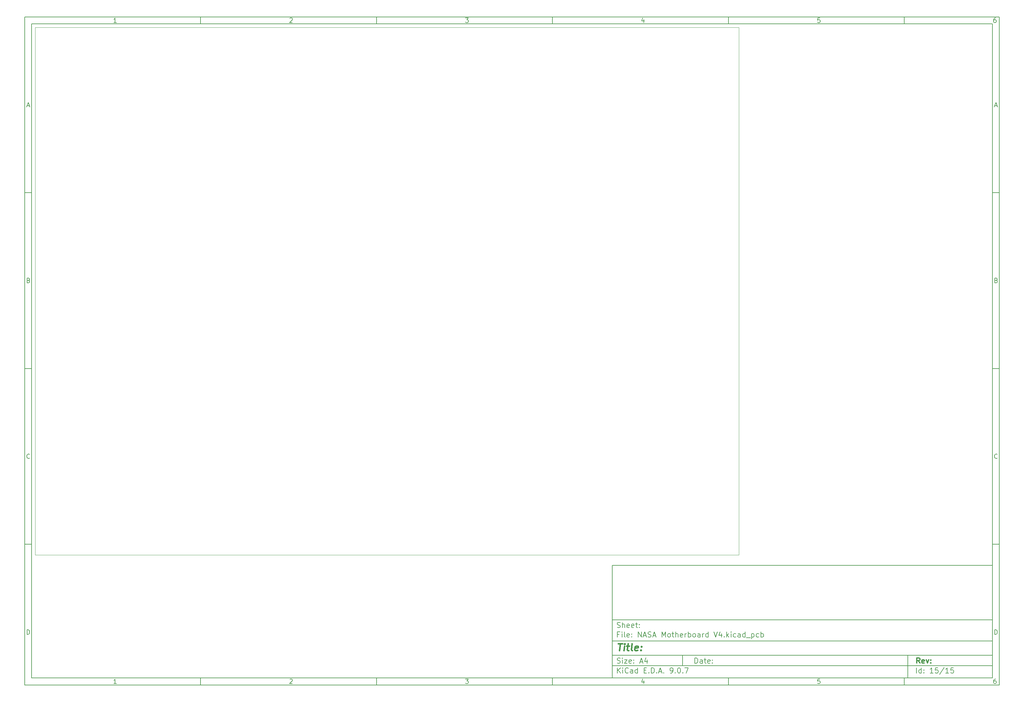
<source format=gbr>
%TF.GenerationSoftware,KiCad,Pcbnew,9.0.7*%
%TF.CreationDate,2026-02-04T11:21:36-05:00*%
%TF.ProjectId,NASA Motherboard V4,4e415341-204d-46f7-9468-6572626f6172,rev?*%
%TF.SameCoordinates,Original*%
%TF.FileFunction,Profile,NP*%
%FSLAX46Y46*%
G04 Gerber Fmt 4.6, Leading zero omitted, Abs format (unit mm)*
G04 Created by KiCad (PCBNEW 9.0.7) date 2026-02-04 11:21:36*
%MOMM*%
%LPD*%
G01*
G04 APERTURE LIST*
%ADD10C,0.100000*%
%ADD11C,0.150000*%
%ADD12C,0.300000*%
%ADD13C,0.400000*%
%TA.AperFunction,Profile*%
%ADD14C,0.050000*%
%TD*%
G04 APERTURE END LIST*
D10*
D11*
X177002200Y-166007200D02*
X285002200Y-166007200D01*
X285002200Y-198007200D01*
X177002200Y-198007200D01*
X177002200Y-166007200D01*
D10*
D11*
X10000000Y-10000000D02*
X287002200Y-10000000D01*
X287002200Y-200007200D01*
X10000000Y-200007200D01*
X10000000Y-10000000D01*
D10*
D11*
X12000000Y-12000000D02*
X285002200Y-12000000D01*
X285002200Y-198007200D01*
X12000000Y-198007200D01*
X12000000Y-12000000D01*
D10*
D11*
X60000000Y-12000000D02*
X60000000Y-10000000D01*
D10*
D11*
X110000000Y-12000000D02*
X110000000Y-10000000D01*
D10*
D11*
X160000000Y-12000000D02*
X160000000Y-10000000D01*
D10*
D11*
X210000000Y-12000000D02*
X210000000Y-10000000D01*
D10*
D11*
X260000000Y-12000000D02*
X260000000Y-10000000D01*
D10*
D11*
X36089160Y-11593604D02*
X35346303Y-11593604D01*
X35717731Y-11593604D02*
X35717731Y-10293604D01*
X35717731Y-10293604D02*
X35593922Y-10479319D01*
X35593922Y-10479319D02*
X35470112Y-10603128D01*
X35470112Y-10603128D02*
X35346303Y-10665033D01*
D10*
D11*
X85346303Y-10417414D02*
X85408207Y-10355509D01*
X85408207Y-10355509D02*
X85532017Y-10293604D01*
X85532017Y-10293604D02*
X85841541Y-10293604D01*
X85841541Y-10293604D02*
X85965350Y-10355509D01*
X85965350Y-10355509D02*
X86027255Y-10417414D01*
X86027255Y-10417414D02*
X86089160Y-10541223D01*
X86089160Y-10541223D02*
X86089160Y-10665033D01*
X86089160Y-10665033D02*
X86027255Y-10850747D01*
X86027255Y-10850747D02*
X85284398Y-11593604D01*
X85284398Y-11593604D02*
X86089160Y-11593604D01*
D10*
D11*
X135284398Y-10293604D02*
X136089160Y-10293604D01*
X136089160Y-10293604D02*
X135655826Y-10788842D01*
X135655826Y-10788842D02*
X135841541Y-10788842D01*
X135841541Y-10788842D02*
X135965350Y-10850747D01*
X135965350Y-10850747D02*
X136027255Y-10912652D01*
X136027255Y-10912652D02*
X136089160Y-11036461D01*
X136089160Y-11036461D02*
X136089160Y-11345985D01*
X136089160Y-11345985D02*
X136027255Y-11469795D01*
X136027255Y-11469795D02*
X135965350Y-11531700D01*
X135965350Y-11531700D02*
X135841541Y-11593604D01*
X135841541Y-11593604D02*
X135470112Y-11593604D01*
X135470112Y-11593604D02*
X135346303Y-11531700D01*
X135346303Y-11531700D02*
X135284398Y-11469795D01*
D10*
D11*
X185965350Y-10726938D02*
X185965350Y-11593604D01*
X185655826Y-10231700D02*
X185346303Y-11160271D01*
X185346303Y-11160271D02*
X186151064Y-11160271D01*
D10*
D11*
X236027255Y-10293604D02*
X235408207Y-10293604D01*
X235408207Y-10293604D02*
X235346303Y-10912652D01*
X235346303Y-10912652D02*
X235408207Y-10850747D01*
X235408207Y-10850747D02*
X235532017Y-10788842D01*
X235532017Y-10788842D02*
X235841541Y-10788842D01*
X235841541Y-10788842D02*
X235965350Y-10850747D01*
X235965350Y-10850747D02*
X236027255Y-10912652D01*
X236027255Y-10912652D02*
X236089160Y-11036461D01*
X236089160Y-11036461D02*
X236089160Y-11345985D01*
X236089160Y-11345985D02*
X236027255Y-11469795D01*
X236027255Y-11469795D02*
X235965350Y-11531700D01*
X235965350Y-11531700D02*
X235841541Y-11593604D01*
X235841541Y-11593604D02*
X235532017Y-11593604D01*
X235532017Y-11593604D02*
X235408207Y-11531700D01*
X235408207Y-11531700D02*
X235346303Y-11469795D01*
D10*
D11*
X285965350Y-10293604D02*
X285717731Y-10293604D01*
X285717731Y-10293604D02*
X285593922Y-10355509D01*
X285593922Y-10355509D02*
X285532017Y-10417414D01*
X285532017Y-10417414D02*
X285408207Y-10603128D01*
X285408207Y-10603128D02*
X285346303Y-10850747D01*
X285346303Y-10850747D02*
X285346303Y-11345985D01*
X285346303Y-11345985D02*
X285408207Y-11469795D01*
X285408207Y-11469795D02*
X285470112Y-11531700D01*
X285470112Y-11531700D02*
X285593922Y-11593604D01*
X285593922Y-11593604D02*
X285841541Y-11593604D01*
X285841541Y-11593604D02*
X285965350Y-11531700D01*
X285965350Y-11531700D02*
X286027255Y-11469795D01*
X286027255Y-11469795D02*
X286089160Y-11345985D01*
X286089160Y-11345985D02*
X286089160Y-11036461D01*
X286089160Y-11036461D02*
X286027255Y-10912652D01*
X286027255Y-10912652D02*
X285965350Y-10850747D01*
X285965350Y-10850747D02*
X285841541Y-10788842D01*
X285841541Y-10788842D02*
X285593922Y-10788842D01*
X285593922Y-10788842D02*
X285470112Y-10850747D01*
X285470112Y-10850747D02*
X285408207Y-10912652D01*
X285408207Y-10912652D02*
X285346303Y-11036461D01*
D10*
D11*
X60000000Y-198007200D02*
X60000000Y-200007200D01*
D10*
D11*
X110000000Y-198007200D02*
X110000000Y-200007200D01*
D10*
D11*
X160000000Y-198007200D02*
X160000000Y-200007200D01*
D10*
D11*
X210000000Y-198007200D02*
X210000000Y-200007200D01*
D10*
D11*
X260000000Y-198007200D02*
X260000000Y-200007200D01*
D10*
D11*
X36089160Y-199600804D02*
X35346303Y-199600804D01*
X35717731Y-199600804D02*
X35717731Y-198300804D01*
X35717731Y-198300804D02*
X35593922Y-198486519D01*
X35593922Y-198486519D02*
X35470112Y-198610328D01*
X35470112Y-198610328D02*
X35346303Y-198672233D01*
D10*
D11*
X85346303Y-198424614D02*
X85408207Y-198362709D01*
X85408207Y-198362709D02*
X85532017Y-198300804D01*
X85532017Y-198300804D02*
X85841541Y-198300804D01*
X85841541Y-198300804D02*
X85965350Y-198362709D01*
X85965350Y-198362709D02*
X86027255Y-198424614D01*
X86027255Y-198424614D02*
X86089160Y-198548423D01*
X86089160Y-198548423D02*
X86089160Y-198672233D01*
X86089160Y-198672233D02*
X86027255Y-198857947D01*
X86027255Y-198857947D02*
X85284398Y-199600804D01*
X85284398Y-199600804D02*
X86089160Y-199600804D01*
D10*
D11*
X135284398Y-198300804D02*
X136089160Y-198300804D01*
X136089160Y-198300804D02*
X135655826Y-198796042D01*
X135655826Y-198796042D02*
X135841541Y-198796042D01*
X135841541Y-198796042D02*
X135965350Y-198857947D01*
X135965350Y-198857947D02*
X136027255Y-198919852D01*
X136027255Y-198919852D02*
X136089160Y-199043661D01*
X136089160Y-199043661D02*
X136089160Y-199353185D01*
X136089160Y-199353185D02*
X136027255Y-199476995D01*
X136027255Y-199476995D02*
X135965350Y-199538900D01*
X135965350Y-199538900D02*
X135841541Y-199600804D01*
X135841541Y-199600804D02*
X135470112Y-199600804D01*
X135470112Y-199600804D02*
X135346303Y-199538900D01*
X135346303Y-199538900D02*
X135284398Y-199476995D01*
D10*
D11*
X185965350Y-198734138D02*
X185965350Y-199600804D01*
X185655826Y-198238900D02*
X185346303Y-199167471D01*
X185346303Y-199167471D02*
X186151064Y-199167471D01*
D10*
D11*
X236027255Y-198300804D02*
X235408207Y-198300804D01*
X235408207Y-198300804D02*
X235346303Y-198919852D01*
X235346303Y-198919852D02*
X235408207Y-198857947D01*
X235408207Y-198857947D02*
X235532017Y-198796042D01*
X235532017Y-198796042D02*
X235841541Y-198796042D01*
X235841541Y-198796042D02*
X235965350Y-198857947D01*
X235965350Y-198857947D02*
X236027255Y-198919852D01*
X236027255Y-198919852D02*
X236089160Y-199043661D01*
X236089160Y-199043661D02*
X236089160Y-199353185D01*
X236089160Y-199353185D02*
X236027255Y-199476995D01*
X236027255Y-199476995D02*
X235965350Y-199538900D01*
X235965350Y-199538900D02*
X235841541Y-199600804D01*
X235841541Y-199600804D02*
X235532017Y-199600804D01*
X235532017Y-199600804D02*
X235408207Y-199538900D01*
X235408207Y-199538900D02*
X235346303Y-199476995D01*
D10*
D11*
X285965350Y-198300804D02*
X285717731Y-198300804D01*
X285717731Y-198300804D02*
X285593922Y-198362709D01*
X285593922Y-198362709D02*
X285532017Y-198424614D01*
X285532017Y-198424614D02*
X285408207Y-198610328D01*
X285408207Y-198610328D02*
X285346303Y-198857947D01*
X285346303Y-198857947D02*
X285346303Y-199353185D01*
X285346303Y-199353185D02*
X285408207Y-199476995D01*
X285408207Y-199476995D02*
X285470112Y-199538900D01*
X285470112Y-199538900D02*
X285593922Y-199600804D01*
X285593922Y-199600804D02*
X285841541Y-199600804D01*
X285841541Y-199600804D02*
X285965350Y-199538900D01*
X285965350Y-199538900D02*
X286027255Y-199476995D01*
X286027255Y-199476995D02*
X286089160Y-199353185D01*
X286089160Y-199353185D02*
X286089160Y-199043661D01*
X286089160Y-199043661D02*
X286027255Y-198919852D01*
X286027255Y-198919852D02*
X285965350Y-198857947D01*
X285965350Y-198857947D02*
X285841541Y-198796042D01*
X285841541Y-198796042D02*
X285593922Y-198796042D01*
X285593922Y-198796042D02*
X285470112Y-198857947D01*
X285470112Y-198857947D02*
X285408207Y-198919852D01*
X285408207Y-198919852D02*
X285346303Y-199043661D01*
D10*
D11*
X10000000Y-60000000D02*
X12000000Y-60000000D01*
D10*
D11*
X10000000Y-110000000D02*
X12000000Y-110000000D01*
D10*
D11*
X10000000Y-160000000D02*
X12000000Y-160000000D01*
D10*
D11*
X10690476Y-35222176D02*
X11309523Y-35222176D01*
X10566666Y-35593604D02*
X10999999Y-34293604D01*
X10999999Y-34293604D02*
X11433333Y-35593604D01*
D10*
D11*
X11092857Y-84912652D02*
X11278571Y-84974557D01*
X11278571Y-84974557D02*
X11340476Y-85036461D01*
X11340476Y-85036461D02*
X11402380Y-85160271D01*
X11402380Y-85160271D02*
X11402380Y-85345985D01*
X11402380Y-85345985D02*
X11340476Y-85469795D01*
X11340476Y-85469795D02*
X11278571Y-85531700D01*
X11278571Y-85531700D02*
X11154761Y-85593604D01*
X11154761Y-85593604D02*
X10659523Y-85593604D01*
X10659523Y-85593604D02*
X10659523Y-84293604D01*
X10659523Y-84293604D02*
X11092857Y-84293604D01*
X11092857Y-84293604D02*
X11216666Y-84355509D01*
X11216666Y-84355509D02*
X11278571Y-84417414D01*
X11278571Y-84417414D02*
X11340476Y-84541223D01*
X11340476Y-84541223D02*
X11340476Y-84665033D01*
X11340476Y-84665033D02*
X11278571Y-84788842D01*
X11278571Y-84788842D02*
X11216666Y-84850747D01*
X11216666Y-84850747D02*
X11092857Y-84912652D01*
X11092857Y-84912652D02*
X10659523Y-84912652D01*
D10*
D11*
X11402380Y-135469795D02*
X11340476Y-135531700D01*
X11340476Y-135531700D02*
X11154761Y-135593604D01*
X11154761Y-135593604D02*
X11030952Y-135593604D01*
X11030952Y-135593604D02*
X10845238Y-135531700D01*
X10845238Y-135531700D02*
X10721428Y-135407890D01*
X10721428Y-135407890D02*
X10659523Y-135284080D01*
X10659523Y-135284080D02*
X10597619Y-135036461D01*
X10597619Y-135036461D02*
X10597619Y-134850747D01*
X10597619Y-134850747D02*
X10659523Y-134603128D01*
X10659523Y-134603128D02*
X10721428Y-134479319D01*
X10721428Y-134479319D02*
X10845238Y-134355509D01*
X10845238Y-134355509D02*
X11030952Y-134293604D01*
X11030952Y-134293604D02*
X11154761Y-134293604D01*
X11154761Y-134293604D02*
X11340476Y-134355509D01*
X11340476Y-134355509D02*
X11402380Y-134417414D01*
D10*
D11*
X10659523Y-185593604D02*
X10659523Y-184293604D01*
X10659523Y-184293604D02*
X10969047Y-184293604D01*
X10969047Y-184293604D02*
X11154761Y-184355509D01*
X11154761Y-184355509D02*
X11278571Y-184479319D01*
X11278571Y-184479319D02*
X11340476Y-184603128D01*
X11340476Y-184603128D02*
X11402380Y-184850747D01*
X11402380Y-184850747D02*
X11402380Y-185036461D01*
X11402380Y-185036461D02*
X11340476Y-185284080D01*
X11340476Y-185284080D02*
X11278571Y-185407890D01*
X11278571Y-185407890D02*
X11154761Y-185531700D01*
X11154761Y-185531700D02*
X10969047Y-185593604D01*
X10969047Y-185593604D02*
X10659523Y-185593604D01*
D10*
D11*
X287002200Y-60000000D02*
X285002200Y-60000000D01*
D10*
D11*
X287002200Y-110000000D02*
X285002200Y-110000000D01*
D10*
D11*
X287002200Y-160000000D02*
X285002200Y-160000000D01*
D10*
D11*
X285692676Y-35222176D02*
X286311723Y-35222176D01*
X285568866Y-35593604D02*
X286002199Y-34293604D01*
X286002199Y-34293604D02*
X286435533Y-35593604D01*
D10*
D11*
X286095057Y-84912652D02*
X286280771Y-84974557D01*
X286280771Y-84974557D02*
X286342676Y-85036461D01*
X286342676Y-85036461D02*
X286404580Y-85160271D01*
X286404580Y-85160271D02*
X286404580Y-85345985D01*
X286404580Y-85345985D02*
X286342676Y-85469795D01*
X286342676Y-85469795D02*
X286280771Y-85531700D01*
X286280771Y-85531700D02*
X286156961Y-85593604D01*
X286156961Y-85593604D02*
X285661723Y-85593604D01*
X285661723Y-85593604D02*
X285661723Y-84293604D01*
X285661723Y-84293604D02*
X286095057Y-84293604D01*
X286095057Y-84293604D02*
X286218866Y-84355509D01*
X286218866Y-84355509D02*
X286280771Y-84417414D01*
X286280771Y-84417414D02*
X286342676Y-84541223D01*
X286342676Y-84541223D02*
X286342676Y-84665033D01*
X286342676Y-84665033D02*
X286280771Y-84788842D01*
X286280771Y-84788842D02*
X286218866Y-84850747D01*
X286218866Y-84850747D02*
X286095057Y-84912652D01*
X286095057Y-84912652D02*
X285661723Y-84912652D01*
D10*
D11*
X286404580Y-135469795D02*
X286342676Y-135531700D01*
X286342676Y-135531700D02*
X286156961Y-135593604D01*
X286156961Y-135593604D02*
X286033152Y-135593604D01*
X286033152Y-135593604D02*
X285847438Y-135531700D01*
X285847438Y-135531700D02*
X285723628Y-135407890D01*
X285723628Y-135407890D02*
X285661723Y-135284080D01*
X285661723Y-135284080D02*
X285599819Y-135036461D01*
X285599819Y-135036461D02*
X285599819Y-134850747D01*
X285599819Y-134850747D02*
X285661723Y-134603128D01*
X285661723Y-134603128D02*
X285723628Y-134479319D01*
X285723628Y-134479319D02*
X285847438Y-134355509D01*
X285847438Y-134355509D02*
X286033152Y-134293604D01*
X286033152Y-134293604D02*
X286156961Y-134293604D01*
X286156961Y-134293604D02*
X286342676Y-134355509D01*
X286342676Y-134355509D02*
X286404580Y-134417414D01*
D10*
D11*
X285661723Y-185593604D02*
X285661723Y-184293604D01*
X285661723Y-184293604D02*
X285971247Y-184293604D01*
X285971247Y-184293604D02*
X286156961Y-184355509D01*
X286156961Y-184355509D02*
X286280771Y-184479319D01*
X286280771Y-184479319D02*
X286342676Y-184603128D01*
X286342676Y-184603128D02*
X286404580Y-184850747D01*
X286404580Y-184850747D02*
X286404580Y-185036461D01*
X286404580Y-185036461D02*
X286342676Y-185284080D01*
X286342676Y-185284080D02*
X286280771Y-185407890D01*
X286280771Y-185407890D02*
X286156961Y-185531700D01*
X286156961Y-185531700D02*
X285971247Y-185593604D01*
X285971247Y-185593604D02*
X285661723Y-185593604D01*
D10*
D11*
X200458026Y-193793328D02*
X200458026Y-192293328D01*
X200458026Y-192293328D02*
X200815169Y-192293328D01*
X200815169Y-192293328D02*
X201029455Y-192364757D01*
X201029455Y-192364757D02*
X201172312Y-192507614D01*
X201172312Y-192507614D02*
X201243741Y-192650471D01*
X201243741Y-192650471D02*
X201315169Y-192936185D01*
X201315169Y-192936185D02*
X201315169Y-193150471D01*
X201315169Y-193150471D02*
X201243741Y-193436185D01*
X201243741Y-193436185D02*
X201172312Y-193579042D01*
X201172312Y-193579042D02*
X201029455Y-193721900D01*
X201029455Y-193721900D02*
X200815169Y-193793328D01*
X200815169Y-193793328D02*
X200458026Y-193793328D01*
X202600884Y-193793328D02*
X202600884Y-193007614D01*
X202600884Y-193007614D02*
X202529455Y-192864757D01*
X202529455Y-192864757D02*
X202386598Y-192793328D01*
X202386598Y-192793328D02*
X202100884Y-192793328D01*
X202100884Y-192793328D02*
X201958026Y-192864757D01*
X202600884Y-193721900D02*
X202458026Y-193793328D01*
X202458026Y-193793328D02*
X202100884Y-193793328D01*
X202100884Y-193793328D02*
X201958026Y-193721900D01*
X201958026Y-193721900D02*
X201886598Y-193579042D01*
X201886598Y-193579042D02*
X201886598Y-193436185D01*
X201886598Y-193436185D02*
X201958026Y-193293328D01*
X201958026Y-193293328D02*
X202100884Y-193221900D01*
X202100884Y-193221900D02*
X202458026Y-193221900D01*
X202458026Y-193221900D02*
X202600884Y-193150471D01*
X203100884Y-192793328D02*
X203672312Y-192793328D01*
X203315169Y-192293328D02*
X203315169Y-193579042D01*
X203315169Y-193579042D02*
X203386598Y-193721900D01*
X203386598Y-193721900D02*
X203529455Y-193793328D01*
X203529455Y-193793328D02*
X203672312Y-193793328D01*
X204743741Y-193721900D02*
X204600884Y-193793328D01*
X204600884Y-193793328D02*
X204315170Y-193793328D01*
X204315170Y-193793328D02*
X204172312Y-193721900D01*
X204172312Y-193721900D02*
X204100884Y-193579042D01*
X204100884Y-193579042D02*
X204100884Y-193007614D01*
X204100884Y-193007614D02*
X204172312Y-192864757D01*
X204172312Y-192864757D02*
X204315170Y-192793328D01*
X204315170Y-192793328D02*
X204600884Y-192793328D01*
X204600884Y-192793328D02*
X204743741Y-192864757D01*
X204743741Y-192864757D02*
X204815170Y-193007614D01*
X204815170Y-193007614D02*
X204815170Y-193150471D01*
X204815170Y-193150471D02*
X204100884Y-193293328D01*
X205458026Y-193650471D02*
X205529455Y-193721900D01*
X205529455Y-193721900D02*
X205458026Y-193793328D01*
X205458026Y-193793328D02*
X205386598Y-193721900D01*
X205386598Y-193721900D02*
X205458026Y-193650471D01*
X205458026Y-193650471D02*
X205458026Y-193793328D01*
X205458026Y-192864757D02*
X205529455Y-192936185D01*
X205529455Y-192936185D02*
X205458026Y-193007614D01*
X205458026Y-193007614D02*
X205386598Y-192936185D01*
X205386598Y-192936185D02*
X205458026Y-192864757D01*
X205458026Y-192864757D02*
X205458026Y-193007614D01*
D10*
D11*
X177002200Y-194507200D02*
X285002200Y-194507200D01*
D10*
D11*
X178458026Y-196593328D02*
X178458026Y-195093328D01*
X179315169Y-196593328D02*
X178672312Y-195736185D01*
X179315169Y-195093328D02*
X178458026Y-195950471D01*
X179958026Y-196593328D02*
X179958026Y-195593328D01*
X179958026Y-195093328D02*
X179886598Y-195164757D01*
X179886598Y-195164757D02*
X179958026Y-195236185D01*
X179958026Y-195236185D02*
X180029455Y-195164757D01*
X180029455Y-195164757D02*
X179958026Y-195093328D01*
X179958026Y-195093328D02*
X179958026Y-195236185D01*
X181529455Y-196450471D02*
X181458027Y-196521900D01*
X181458027Y-196521900D02*
X181243741Y-196593328D01*
X181243741Y-196593328D02*
X181100884Y-196593328D01*
X181100884Y-196593328D02*
X180886598Y-196521900D01*
X180886598Y-196521900D02*
X180743741Y-196379042D01*
X180743741Y-196379042D02*
X180672312Y-196236185D01*
X180672312Y-196236185D02*
X180600884Y-195950471D01*
X180600884Y-195950471D02*
X180600884Y-195736185D01*
X180600884Y-195736185D02*
X180672312Y-195450471D01*
X180672312Y-195450471D02*
X180743741Y-195307614D01*
X180743741Y-195307614D02*
X180886598Y-195164757D01*
X180886598Y-195164757D02*
X181100884Y-195093328D01*
X181100884Y-195093328D02*
X181243741Y-195093328D01*
X181243741Y-195093328D02*
X181458027Y-195164757D01*
X181458027Y-195164757D02*
X181529455Y-195236185D01*
X182815170Y-196593328D02*
X182815170Y-195807614D01*
X182815170Y-195807614D02*
X182743741Y-195664757D01*
X182743741Y-195664757D02*
X182600884Y-195593328D01*
X182600884Y-195593328D02*
X182315170Y-195593328D01*
X182315170Y-195593328D02*
X182172312Y-195664757D01*
X182815170Y-196521900D02*
X182672312Y-196593328D01*
X182672312Y-196593328D02*
X182315170Y-196593328D01*
X182315170Y-196593328D02*
X182172312Y-196521900D01*
X182172312Y-196521900D02*
X182100884Y-196379042D01*
X182100884Y-196379042D02*
X182100884Y-196236185D01*
X182100884Y-196236185D02*
X182172312Y-196093328D01*
X182172312Y-196093328D02*
X182315170Y-196021900D01*
X182315170Y-196021900D02*
X182672312Y-196021900D01*
X182672312Y-196021900D02*
X182815170Y-195950471D01*
X184172313Y-196593328D02*
X184172313Y-195093328D01*
X184172313Y-196521900D02*
X184029455Y-196593328D01*
X184029455Y-196593328D02*
X183743741Y-196593328D01*
X183743741Y-196593328D02*
X183600884Y-196521900D01*
X183600884Y-196521900D02*
X183529455Y-196450471D01*
X183529455Y-196450471D02*
X183458027Y-196307614D01*
X183458027Y-196307614D02*
X183458027Y-195879042D01*
X183458027Y-195879042D02*
X183529455Y-195736185D01*
X183529455Y-195736185D02*
X183600884Y-195664757D01*
X183600884Y-195664757D02*
X183743741Y-195593328D01*
X183743741Y-195593328D02*
X184029455Y-195593328D01*
X184029455Y-195593328D02*
X184172313Y-195664757D01*
X186029455Y-195807614D02*
X186529455Y-195807614D01*
X186743741Y-196593328D02*
X186029455Y-196593328D01*
X186029455Y-196593328D02*
X186029455Y-195093328D01*
X186029455Y-195093328D02*
X186743741Y-195093328D01*
X187386598Y-196450471D02*
X187458027Y-196521900D01*
X187458027Y-196521900D02*
X187386598Y-196593328D01*
X187386598Y-196593328D02*
X187315170Y-196521900D01*
X187315170Y-196521900D02*
X187386598Y-196450471D01*
X187386598Y-196450471D02*
X187386598Y-196593328D01*
X188100884Y-196593328D02*
X188100884Y-195093328D01*
X188100884Y-195093328D02*
X188458027Y-195093328D01*
X188458027Y-195093328D02*
X188672313Y-195164757D01*
X188672313Y-195164757D02*
X188815170Y-195307614D01*
X188815170Y-195307614D02*
X188886599Y-195450471D01*
X188886599Y-195450471D02*
X188958027Y-195736185D01*
X188958027Y-195736185D02*
X188958027Y-195950471D01*
X188958027Y-195950471D02*
X188886599Y-196236185D01*
X188886599Y-196236185D02*
X188815170Y-196379042D01*
X188815170Y-196379042D02*
X188672313Y-196521900D01*
X188672313Y-196521900D02*
X188458027Y-196593328D01*
X188458027Y-196593328D02*
X188100884Y-196593328D01*
X189600884Y-196450471D02*
X189672313Y-196521900D01*
X189672313Y-196521900D02*
X189600884Y-196593328D01*
X189600884Y-196593328D02*
X189529456Y-196521900D01*
X189529456Y-196521900D02*
X189600884Y-196450471D01*
X189600884Y-196450471D02*
X189600884Y-196593328D01*
X190243742Y-196164757D02*
X190958028Y-196164757D01*
X190100885Y-196593328D02*
X190600885Y-195093328D01*
X190600885Y-195093328D02*
X191100885Y-196593328D01*
X191600884Y-196450471D02*
X191672313Y-196521900D01*
X191672313Y-196521900D02*
X191600884Y-196593328D01*
X191600884Y-196593328D02*
X191529456Y-196521900D01*
X191529456Y-196521900D02*
X191600884Y-196450471D01*
X191600884Y-196450471D02*
X191600884Y-196593328D01*
X193529456Y-196593328D02*
X193815170Y-196593328D01*
X193815170Y-196593328D02*
X193958027Y-196521900D01*
X193958027Y-196521900D02*
X194029456Y-196450471D01*
X194029456Y-196450471D02*
X194172313Y-196236185D01*
X194172313Y-196236185D02*
X194243742Y-195950471D01*
X194243742Y-195950471D02*
X194243742Y-195379042D01*
X194243742Y-195379042D02*
X194172313Y-195236185D01*
X194172313Y-195236185D02*
X194100885Y-195164757D01*
X194100885Y-195164757D02*
X193958027Y-195093328D01*
X193958027Y-195093328D02*
X193672313Y-195093328D01*
X193672313Y-195093328D02*
X193529456Y-195164757D01*
X193529456Y-195164757D02*
X193458027Y-195236185D01*
X193458027Y-195236185D02*
X193386599Y-195379042D01*
X193386599Y-195379042D02*
X193386599Y-195736185D01*
X193386599Y-195736185D02*
X193458027Y-195879042D01*
X193458027Y-195879042D02*
X193529456Y-195950471D01*
X193529456Y-195950471D02*
X193672313Y-196021900D01*
X193672313Y-196021900D02*
X193958027Y-196021900D01*
X193958027Y-196021900D02*
X194100885Y-195950471D01*
X194100885Y-195950471D02*
X194172313Y-195879042D01*
X194172313Y-195879042D02*
X194243742Y-195736185D01*
X194886598Y-196450471D02*
X194958027Y-196521900D01*
X194958027Y-196521900D02*
X194886598Y-196593328D01*
X194886598Y-196593328D02*
X194815170Y-196521900D01*
X194815170Y-196521900D02*
X194886598Y-196450471D01*
X194886598Y-196450471D02*
X194886598Y-196593328D01*
X195886599Y-195093328D02*
X196029456Y-195093328D01*
X196029456Y-195093328D02*
X196172313Y-195164757D01*
X196172313Y-195164757D02*
X196243742Y-195236185D01*
X196243742Y-195236185D02*
X196315170Y-195379042D01*
X196315170Y-195379042D02*
X196386599Y-195664757D01*
X196386599Y-195664757D02*
X196386599Y-196021900D01*
X196386599Y-196021900D02*
X196315170Y-196307614D01*
X196315170Y-196307614D02*
X196243742Y-196450471D01*
X196243742Y-196450471D02*
X196172313Y-196521900D01*
X196172313Y-196521900D02*
X196029456Y-196593328D01*
X196029456Y-196593328D02*
X195886599Y-196593328D01*
X195886599Y-196593328D02*
X195743742Y-196521900D01*
X195743742Y-196521900D02*
X195672313Y-196450471D01*
X195672313Y-196450471D02*
X195600884Y-196307614D01*
X195600884Y-196307614D02*
X195529456Y-196021900D01*
X195529456Y-196021900D02*
X195529456Y-195664757D01*
X195529456Y-195664757D02*
X195600884Y-195379042D01*
X195600884Y-195379042D02*
X195672313Y-195236185D01*
X195672313Y-195236185D02*
X195743742Y-195164757D01*
X195743742Y-195164757D02*
X195886599Y-195093328D01*
X197029455Y-196450471D02*
X197100884Y-196521900D01*
X197100884Y-196521900D02*
X197029455Y-196593328D01*
X197029455Y-196593328D02*
X196958027Y-196521900D01*
X196958027Y-196521900D02*
X197029455Y-196450471D01*
X197029455Y-196450471D02*
X197029455Y-196593328D01*
X197600884Y-195093328D02*
X198600884Y-195093328D01*
X198600884Y-195093328D02*
X197958027Y-196593328D01*
D10*
D11*
X177002200Y-191507200D02*
X285002200Y-191507200D01*
D10*
D12*
X264413853Y-193785528D02*
X263913853Y-193071242D01*
X263556710Y-193785528D02*
X263556710Y-192285528D01*
X263556710Y-192285528D02*
X264128139Y-192285528D01*
X264128139Y-192285528D02*
X264270996Y-192356957D01*
X264270996Y-192356957D02*
X264342425Y-192428385D01*
X264342425Y-192428385D02*
X264413853Y-192571242D01*
X264413853Y-192571242D02*
X264413853Y-192785528D01*
X264413853Y-192785528D02*
X264342425Y-192928385D01*
X264342425Y-192928385D02*
X264270996Y-192999814D01*
X264270996Y-192999814D02*
X264128139Y-193071242D01*
X264128139Y-193071242D02*
X263556710Y-193071242D01*
X265628139Y-193714100D02*
X265485282Y-193785528D01*
X265485282Y-193785528D02*
X265199568Y-193785528D01*
X265199568Y-193785528D02*
X265056710Y-193714100D01*
X265056710Y-193714100D02*
X264985282Y-193571242D01*
X264985282Y-193571242D02*
X264985282Y-192999814D01*
X264985282Y-192999814D02*
X265056710Y-192856957D01*
X265056710Y-192856957D02*
X265199568Y-192785528D01*
X265199568Y-192785528D02*
X265485282Y-192785528D01*
X265485282Y-192785528D02*
X265628139Y-192856957D01*
X265628139Y-192856957D02*
X265699568Y-192999814D01*
X265699568Y-192999814D02*
X265699568Y-193142671D01*
X265699568Y-193142671D02*
X264985282Y-193285528D01*
X266199567Y-192785528D02*
X266556710Y-193785528D01*
X266556710Y-193785528D02*
X266913853Y-192785528D01*
X267485281Y-193642671D02*
X267556710Y-193714100D01*
X267556710Y-193714100D02*
X267485281Y-193785528D01*
X267485281Y-193785528D02*
X267413853Y-193714100D01*
X267413853Y-193714100D02*
X267485281Y-193642671D01*
X267485281Y-193642671D02*
X267485281Y-193785528D01*
X267485281Y-192856957D02*
X267556710Y-192928385D01*
X267556710Y-192928385D02*
X267485281Y-192999814D01*
X267485281Y-192999814D02*
X267413853Y-192928385D01*
X267413853Y-192928385D02*
X267485281Y-192856957D01*
X267485281Y-192856957D02*
X267485281Y-192999814D01*
D10*
D11*
X178386598Y-193721900D02*
X178600884Y-193793328D01*
X178600884Y-193793328D02*
X178958026Y-193793328D01*
X178958026Y-193793328D02*
X179100884Y-193721900D01*
X179100884Y-193721900D02*
X179172312Y-193650471D01*
X179172312Y-193650471D02*
X179243741Y-193507614D01*
X179243741Y-193507614D02*
X179243741Y-193364757D01*
X179243741Y-193364757D02*
X179172312Y-193221900D01*
X179172312Y-193221900D02*
X179100884Y-193150471D01*
X179100884Y-193150471D02*
X178958026Y-193079042D01*
X178958026Y-193079042D02*
X178672312Y-193007614D01*
X178672312Y-193007614D02*
X178529455Y-192936185D01*
X178529455Y-192936185D02*
X178458026Y-192864757D01*
X178458026Y-192864757D02*
X178386598Y-192721900D01*
X178386598Y-192721900D02*
X178386598Y-192579042D01*
X178386598Y-192579042D02*
X178458026Y-192436185D01*
X178458026Y-192436185D02*
X178529455Y-192364757D01*
X178529455Y-192364757D02*
X178672312Y-192293328D01*
X178672312Y-192293328D02*
X179029455Y-192293328D01*
X179029455Y-192293328D02*
X179243741Y-192364757D01*
X179886597Y-193793328D02*
X179886597Y-192793328D01*
X179886597Y-192293328D02*
X179815169Y-192364757D01*
X179815169Y-192364757D02*
X179886597Y-192436185D01*
X179886597Y-192436185D02*
X179958026Y-192364757D01*
X179958026Y-192364757D02*
X179886597Y-192293328D01*
X179886597Y-192293328D02*
X179886597Y-192436185D01*
X180458026Y-192793328D02*
X181243741Y-192793328D01*
X181243741Y-192793328D02*
X180458026Y-193793328D01*
X180458026Y-193793328D02*
X181243741Y-193793328D01*
X182386598Y-193721900D02*
X182243741Y-193793328D01*
X182243741Y-193793328D02*
X181958027Y-193793328D01*
X181958027Y-193793328D02*
X181815169Y-193721900D01*
X181815169Y-193721900D02*
X181743741Y-193579042D01*
X181743741Y-193579042D02*
X181743741Y-193007614D01*
X181743741Y-193007614D02*
X181815169Y-192864757D01*
X181815169Y-192864757D02*
X181958027Y-192793328D01*
X181958027Y-192793328D02*
X182243741Y-192793328D01*
X182243741Y-192793328D02*
X182386598Y-192864757D01*
X182386598Y-192864757D02*
X182458027Y-193007614D01*
X182458027Y-193007614D02*
X182458027Y-193150471D01*
X182458027Y-193150471D02*
X181743741Y-193293328D01*
X183100883Y-193650471D02*
X183172312Y-193721900D01*
X183172312Y-193721900D02*
X183100883Y-193793328D01*
X183100883Y-193793328D02*
X183029455Y-193721900D01*
X183029455Y-193721900D02*
X183100883Y-193650471D01*
X183100883Y-193650471D02*
X183100883Y-193793328D01*
X183100883Y-192864757D02*
X183172312Y-192936185D01*
X183172312Y-192936185D02*
X183100883Y-193007614D01*
X183100883Y-193007614D02*
X183029455Y-192936185D01*
X183029455Y-192936185D02*
X183100883Y-192864757D01*
X183100883Y-192864757D02*
X183100883Y-193007614D01*
X184886598Y-193364757D02*
X185600884Y-193364757D01*
X184743741Y-193793328D02*
X185243741Y-192293328D01*
X185243741Y-192293328D02*
X185743741Y-193793328D01*
X186886598Y-192793328D02*
X186886598Y-193793328D01*
X186529455Y-192221900D02*
X186172312Y-193293328D01*
X186172312Y-193293328D02*
X187100883Y-193293328D01*
D10*
D11*
X263458026Y-196593328D02*
X263458026Y-195093328D01*
X264815170Y-196593328D02*
X264815170Y-195093328D01*
X264815170Y-196521900D02*
X264672312Y-196593328D01*
X264672312Y-196593328D02*
X264386598Y-196593328D01*
X264386598Y-196593328D02*
X264243741Y-196521900D01*
X264243741Y-196521900D02*
X264172312Y-196450471D01*
X264172312Y-196450471D02*
X264100884Y-196307614D01*
X264100884Y-196307614D02*
X264100884Y-195879042D01*
X264100884Y-195879042D02*
X264172312Y-195736185D01*
X264172312Y-195736185D02*
X264243741Y-195664757D01*
X264243741Y-195664757D02*
X264386598Y-195593328D01*
X264386598Y-195593328D02*
X264672312Y-195593328D01*
X264672312Y-195593328D02*
X264815170Y-195664757D01*
X265529455Y-196450471D02*
X265600884Y-196521900D01*
X265600884Y-196521900D02*
X265529455Y-196593328D01*
X265529455Y-196593328D02*
X265458027Y-196521900D01*
X265458027Y-196521900D02*
X265529455Y-196450471D01*
X265529455Y-196450471D02*
X265529455Y-196593328D01*
X265529455Y-195664757D02*
X265600884Y-195736185D01*
X265600884Y-195736185D02*
X265529455Y-195807614D01*
X265529455Y-195807614D02*
X265458027Y-195736185D01*
X265458027Y-195736185D02*
X265529455Y-195664757D01*
X265529455Y-195664757D02*
X265529455Y-195807614D01*
X268172313Y-196593328D02*
X267315170Y-196593328D01*
X267743741Y-196593328D02*
X267743741Y-195093328D01*
X267743741Y-195093328D02*
X267600884Y-195307614D01*
X267600884Y-195307614D02*
X267458027Y-195450471D01*
X267458027Y-195450471D02*
X267315170Y-195521900D01*
X269529455Y-195093328D02*
X268815169Y-195093328D01*
X268815169Y-195093328D02*
X268743741Y-195807614D01*
X268743741Y-195807614D02*
X268815169Y-195736185D01*
X268815169Y-195736185D02*
X268958027Y-195664757D01*
X268958027Y-195664757D02*
X269315169Y-195664757D01*
X269315169Y-195664757D02*
X269458027Y-195736185D01*
X269458027Y-195736185D02*
X269529455Y-195807614D01*
X269529455Y-195807614D02*
X269600884Y-195950471D01*
X269600884Y-195950471D02*
X269600884Y-196307614D01*
X269600884Y-196307614D02*
X269529455Y-196450471D01*
X269529455Y-196450471D02*
X269458027Y-196521900D01*
X269458027Y-196521900D02*
X269315169Y-196593328D01*
X269315169Y-196593328D02*
X268958027Y-196593328D01*
X268958027Y-196593328D02*
X268815169Y-196521900D01*
X268815169Y-196521900D02*
X268743741Y-196450471D01*
X271315169Y-195021900D02*
X270029455Y-196950471D01*
X272600884Y-196593328D02*
X271743741Y-196593328D01*
X272172312Y-196593328D02*
X272172312Y-195093328D01*
X272172312Y-195093328D02*
X272029455Y-195307614D01*
X272029455Y-195307614D02*
X271886598Y-195450471D01*
X271886598Y-195450471D02*
X271743741Y-195521900D01*
X273958026Y-195093328D02*
X273243740Y-195093328D01*
X273243740Y-195093328D02*
X273172312Y-195807614D01*
X273172312Y-195807614D02*
X273243740Y-195736185D01*
X273243740Y-195736185D02*
X273386598Y-195664757D01*
X273386598Y-195664757D02*
X273743740Y-195664757D01*
X273743740Y-195664757D02*
X273886598Y-195736185D01*
X273886598Y-195736185D02*
X273958026Y-195807614D01*
X273958026Y-195807614D02*
X274029455Y-195950471D01*
X274029455Y-195950471D02*
X274029455Y-196307614D01*
X274029455Y-196307614D02*
X273958026Y-196450471D01*
X273958026Y-196450471D02*
X273886598Y-196521900D01*
X273886598Y-196521900D02*
X273743740Y-196593328D01*
X273743740Y-196593328D02*
X273386598Y-196593328D01*
X273386598Y-196593328D02*
X273243740Y-196521900D01*
X273243740Y-196521900D02*
X273172312Y-196450471D01*
D10*
D11*
X177002200Y-187507200D02*
X285002200Y-187507200D01*
D10*
D13*
X178693928Y-188211638D02*
X179836785Y-188211638D01*
X179015357Y-190211638D02*
X179265357Y-188211638D01*
X180253452Y-190211638D02*
X180420119Y-188878304D01*
X180503452Y-188211638D02*
X180396309Y-188306876D01*
X180396309Y-188306876D02*
X180479643Y-188402114D01*
X180479643Y-188402114D02*
X180586786Y-188306876D01*
X180586786Y-188306876D02*
X180503452Y-188211638D01*
X180503452Y-188211638D02*
X180479643Y-188402114D01*
X181086786Y-188878304D02*
X181848690Y-188878304D01*
X181455833Y-188211638D02*
X181241548Y-189925923D01*
X181241548Y-189925923D02*
X181312976Y-190116400D01*
X181312976Y-190116400D02*
X181491548Y-190211638D01*
X181491548Y-190211638D02*
X181682024Y-190211638D01*
X182634405Y-190211638D02*
X182455833Y-190116400D01*
X182455833Y-190116400D02*
X182384405Y-189925923D01*
X182384405Y-189925923D02*
X182598690Y-188211638D01*
X184170119Y-190116400D02*
X183967738Y-190211638D01*
X183967738Y-190211638D02*
X183586785Y-190211638D01*
X183586785Y-190211638D02*
X183408214Y-190116400D01*
X183408214Y-190116400D02*
X183336785Y-189925923D01*
X183336785Y-189925923D02*
X183432024Y-189164019D01*
X183432024Y-189164019D02*
X183551071Y-188973542D01*
X183551071Y-188973542D02*
X183753452Y-188878304D01*
X183753452Y-188878304D02*
X184134404Y-188878304D01*
X184134404Y-188878304D02*
X184312976Y-188973542D01*
X184312976Y-188973542D02*
X184384404Y-189164019D01*
X184384404Y-189164019D02*
X184360595Y-189354495D01*
X184360595Y-189354495D02*
X183384404Y-189544971D01*
X185134405Y-190021161D02*
X185217738Y-190116400D01*
X185217738Y-190116400D02*
X185110595Y-190211638D01*
X185110595Y-190211638D02*
X185027262Y-190116400D01*
X185027262Y-190116400D02*
X185134405Y-190021161D01*
X185134405Y-190021161D02*
X185110595Y-190211638D01*
X185265357Y-188973542D02*
X185348690Y-189068780D01*
X185348690Y-189068780D02*
X185241548Y-189164019D01*
X185241548Y-189164019D02*
X185158214Y-189068780D01*
X185158214Y-189068780D02*
X185265357Y-188973542D01*
X185265357Y-188973542D02*
X185241548Y-189164019D01*
D10*
D11*
X178958026Y-185607614D02*
X178458026Y-185607614D01*
X178458026Y-186393328D02*
X178458026Y-184893328D01*
X178458026Y-184893328D02*
X179172312Y-184893328D01*
X179743740Y-186393328D02*
X179743740Y-185393328D01*
X179743740Y-184893328D02*
X179672312Y-184964757D01*
X179672312Y-184964757D02*
X179743740Y-185036185D01*
X179743740Y-185036185D02*
X179815169Y-184964757D01*
X179815169Y-184964757D02*
X179743740Y-184893328D01*
X179743740Y-184893328D02*
X179743740Y-185036185D01*
X180672312Y-186393328D02*
X180529455Y-186321900D01*
X180529455Y-186321900D02*
X180458026Y-186179042D01*
X180458026Y-186179042D02*
X180458026Y-184893328D01*
X181815169Y-186321900D02*
X181672312Y-186393328D01*
X181672312Y-186393328D02*
X181386598Y-186393328D01*
X181386598Y-186393328D02*
X181243740Y-186321900D01*
X181243740Y-186321900D02*
X181172312Y-186179042D01*
X181172312Y-186179042D02*
X181172312Y-185607614D01*
X181172312Y-185607614D02*
X181243740Y-185464757D01*
X181243740Y-185464757D02*
X181386598Y-185393328D01*
X181386598Y-185393328D02*
X181672312Y-185393328D01*
X181672312Y-185393328D02*
X181815169Y-185464757D01*
X181815169Y-185464757D02*
X181886598Y-185607614D01*
X181886598Y-185607614D02*
X181886598Y-185750471D01*
X181886598Y-185750471D02*
X181172312Y-185893328D01*
X182529454Y-186250471D02*
X182600883Y-186321900D01*
X182600883Y-186321900D02*
X182529454Y-186393328D01*
X182529454Y-186393328D02*
X182458026Y-186321900D01*
X182458026Y-186321900D02*
X182529454Y-186250471D01*
X182529454Y-186250471D02*
X182529454Y-186393328D01*
X182529454Y-185464757D02*
X182600883Y-185536185D01*
X182600883Y-185536185D02*
X182529454Y-185607614D01*
X182529454Y-185607614D02*
X182458026Y-185536185D01*
X182458026Y-185536185D02*
X182529454Y-185464757D01*
X182529454Y-185464757D02*
X182529454Y-185607614D01*
X184386597Y-186393328D02*
X184386597Y-184893328D01*
X184386597Y-184893328D02*
X185243740Y-186393328D01*
X185243740Y-186393328D02*
X185243740Y-184893328D01*
X185886598Y-185964757D02*
X186600884Y-185964757D01*
X185743741Y-186393328D02*
X186243741Y-184893328D01*
X186243741Y-184893328D02*
X186743741Y-186393328D01*
X187172312Y-186321900D02*
X187386598Y-186393328D01*
X187386598Y-186393328D02*
X187743740Y-186393328D01*
X187743740Y-186393328D02*
X187886598Y-186321900D01*
X187886598Y-186321900D02*
X187958026Y-186250471D01*
X187958026Y-186250471D02*
X188029455Y-186107614D01*
X188029455Y-186107614D02*
X188029455Y-185964757D01*
X188029455Y-185964757D02*
X187958026Y-185821900D01*
X187958026Y-185821900D02*
X187886598Y-185750471D01*
X187886598Y-185750471D02*
X187743740Y-185679042D01*
X187743740Y-185679042D02*
X187458026Y-185607614D01*
X187458026Y-185607614D02*
X187315169Y-185536185D01*
X187315169Y-185536185D02*
X187243740Y-185464757D01*
X187243740Y-185464757D02*
X187172312Y-185321900D01*
X187172312Y-185321900D02*
X187172312Y-185179042D01*
X187172312Y-185179042D02*
X187243740Y-185036185D01*
X187243740Y-185036185D02*
X187315169Y-184964757D01*
X187315169Y-184964757D02*
X187458026Y-184893328D01*
X187458026Y-184893328D02*
X187815169Y-184893328D01*
X187815169Y-184893328D02*
X188029455Y-184964757D01*
X188600883Y-185964757D02*
X189315169Y-185964757D01*
X188458026Y-186393328D02*
X188958026Y-184893328D01*
X188958026Y-184893328D02*
X189458026Y-186393328D01*
X191100882Y-186393328D02*
X191100882Y-184893328D01*
X191100882Y-184893328D02*
X191600882Y-185964757D01*
X191600882Y-185964757D02*
X192100882Y-184893328D01*
X192100882Y-184893328D02*
X192100882Y-186393328D01*
X193029454Y-186393328D02*
X192886597Y-186321900D01*
X192886597Y-186321900D02*
X192815168Y-186250471D01*
X192815168Y-186250471D02*
X192743740Y-186107614D01*
X192743740Y-186107614D02*
X192743740Y-185679042D01*
X192743740Y-185679042D02*
X192815168Y-185536185D01*
X192815168Y-185536185D02*
X192886597Y-185464757D01*
X192886597Y-185464757D02*
X193029454Y-185393328D01*
X193029454Y-185393328D02*
X193243740Y-185393328D01*
X193243740Y-185393328D02*
X193386597Y-185464757D01*
X193386597Y-185464757D02*
X193458026Y-185536185D01*
X193458026Y-185536185D02*
X193529454Y-185679042D01*
X193529454Y-185679042D02*
X193529454Y-186107614D01*
X193529454Y-186107614D02*
X193458026Y-186250471D01*
X193458026Y-186250471D02*
X193386597Y-186321900D01*
X193386597Y-186321900D02*
X193243740Y-186393328D01*
X193243740Y-186393328D02*
X193029454Y-186393328D01*
X193958026Y-185393328D02*
X194529454Y-185393328D01*
X194172311Y-184893328D02*
X194172311Y-186179042D01*
X194172311Y-186179042D02*
X194243740Y-186321900D01*
X194243740Y-186321900D02*
X194386597Y-186393328D01*
X194386597Y-186393328D02*
X194529454Y-186393328D01*
X195029454Y-186393328D02*
X195029454Y-184893328D01*
X195672312Y-186393328D02*
X195672312Y-185607614D01*
X195672312Y-185607614D02*
X195600883Y-185464757D01*
X195600883Y-185464757D02*
X195458026Y-185393328D01*
X195458026Y-185393328D02*
X195243740Y-185393328D01*
X195243740Y-185393328D02*
X195100883Y-185464757D01*
X195100883Y-185464757D02*
X195029454Y-185536185D01*
X196958026Y-186321900D02*
X196815169Y-186393328D01*
X196815169Y-186393328D02*
X196529455Y-186393328D01*
X196529455Y-186393328D02*
X196386597Y-186321900D01*
X196386597Y-186321900D02*
X196315169Y-186179042D01*
X196315169Y-186179042D02*
X196315169Y-185607614D01*
X196315169Y-185607614D02*
X196386597Y-185464757D01*
X196386597Y-185464757D02*
X196529455Y-185393328D01*
X196529455Y-185393328D02*
X196815169Y-185393328D01*
X196815169Y-185393328D02*
X196958026Y-185464757D01*
X196958026Y-185464757D02*
X197029455Y-185607614D01*
X197029455Y-185607614D02*
X197029455Y-185750471D01*
X197029455Y-185750471D02*
X196315169Y-185893328D01*
X197672311Y-186393328D02*
X197672311Y-185393328D01*
X197672311Y-185679042D02*
X197743740Y-185536185D01*
X197743740Y-185536185D02*
X197815169Y-185464757D01*
X197815169Y-185464757D02*
X197958026Y-185393328D01*
X197958026Y-185393328D02*
X198100883Y-185393328D01*
X198600882Y-186393328D02*
X198600882Y-184893328D01*
X198600882Y-185464757D02*
X198743740Y-185393328D01*
X198743740Y-185393328D02*
X199029454Y-185393328D01*
X199029454Y-185393328D02*
X199172311Y-185464757D01*
X199172311Y-185464757D02*
X199243740Y-185536185D01*
X199243740Y-185536185D02*
X199315168Y-185679042D01*
X199315168Y-185679042D02*
X199315168Y-186107614D01*
X199315168Y-186107614D02*
X199243740Y-186250471D01*
X199243740Y-186250471D02*
X199172311Y-186321900D01*
X199172311Y-186321900D02*
X199029454Y-186393328D01*
X199029454Y-186393328D02*
X198743740Y-186393328D01*
X198743740Y-186393328D02*
X198600882Y-186321900D01*
X200172311Y-186393328D02*
X200029454Y-186321900D01*
X200029454Y-186321900D02*
X199958025Y-186250471D01*
X199958025Y-186250471D02*
X199886597Y-186107614D01*
X199886597Y-186107614D02*
X199886597Y-185679042D01*
X199886597Y-185679042D02*
X199958025Y-185536185D01*
X199958025Y-185536185D02*
X200029454Y-185464757D01*
X200029454Y-185464757D02*
X200172311Y-185393328D01*
X200172311Y-185393328D02*
X200386597Y-185393328D01*
X200386597Y-185393328D02*
X200529454Y-185464757D01*
X200529454Y-185464757D02*
X200600883Y-185536185D01*
X200600883Y-185536185D02*
X200672311Y-185679042D01*
X200672311Y-185679042D02*
X200672311Y-186107614D01*
X200672311Y-186107614D02*
X200600883Y-186250471D01*
X200600883Y-186250471D02*
X200529454Y-186321900D01*
X200529454Y-186321900D02*
X200386597Y-186393328D01*
X200386597Y-186393328D02*
X200172311Y-186393328D01*
X201958026Y-186393328D02*
X201958026Y-185607614D01*
X201958026Y-185607614D02*
X201886597Y-185464757D01*
X201886597Y-185464757D02*
X201743740Y-185393328D01*
X201743740Y-185393328D02*
X201458026Y-185393328D01*
X201458026Y-185393328D02*
X201315168Y-185464757D01*
X201958026Y-186321900D02*
X201815168Y-186393328D01*
X201815168Y-186393328D02*
X201458026Y-186393328D01*
X201458026Y-186393328D02*
X201315168Y-186321900D01*
X201315168Y-186321900D02*
X201243740Y-186179042D01*
X201243740Y-186179042D02*
X201243740Y-186036185D01*
X201243740Y-186036185D02*
X201315168Y-185893328D01*
X201315168Y-185893328D02*
X201458026Y-185821900D01*
X201458026Y-185821900D02*
X201815168Y-185821900D01*
X201815168Y-185821900D02*
X201958026Y-185750471D01*
X202672311Y-186393328D02*
X202672311Y-185393328D01*
X202672311Y-185679042D02*
X202743740Y-185536185D01*
X202743740Y-185536185D02*
X202815169Y-185464757D01*
X202815169Y-185464757D02*
X202958026Y-185393328D01*
X202958026Y-185393328D02*
X203100883Y-185393328D01*
X204243740Y-186393328D02*
X204243740Y-184893328D01*
X204243740Y-186321900D02*
X204100882Y-186393328D01*
X204100882Y-186393328D02*
X203815168Y-186393328D01*
X203815168Y-186393328D02*
X203672311Y-186321900D01*
X203672311Y-186321900D02*
X203600882Y-186250471D01*
X203600882Y-186250471D02*
X203529454Y-186107614D01*
X203529454Y-186107614D02*
X203529454Y-185679042D01*
X203529454Y-185679042D02*
X203600882Y-185536185D01*
X203600882Y-185536185D02*
X203672311Y-185464757D01*
X203672311Y-185464757D02*
X203815168Y-185393328D01*
X203815168Y-185393328D02*
X204100882Y-185393328D01*
X204100882Y-185393328D02*
X204243740Y-185464757D01*
X205886597Y-184893328D02*
X206386597Y-186393328D01*
X206386597Y-186393328D02*
X206886597Y-184893328D01*
X208029454Y-185393328D02*
X208029454Y-186393328D01*
X207672311Y-184821900D02*
X207315168Y-185893328D01*
X207315168Y-185893328D02*
X208243739Y-185893328D01*
X208815167Y-186250471D02*
X208886596Y-186321900D01*
X208886596Y-186321900D02*
X208815167Y-186393328D01*
X208815167Y-186393328D02*
X208743739Y-186321900D01*
X208743739Y-186321900D02*
X208815167Y-186250471D01*
X208815167Y-186250471D02*
X208815167Y-186393328D01*
X209529453Y-186393328D02*
X209529453Y-184893328D01*
X209672311Y-185821900D02*
X210100882Y-186393328D01*
X210100882Y-185393328D02*
X209529453Y-185964757D01*
X210743739Y-186393328D02*
X210743739Y-185393328D01*
X210743739Y-184893328D02*
X210672311Y-184964757D01*
X210672311Y-184964757D02*
X210743739Y-185036185D01*
X210743739Y-185036185D02*
X210815168Y-184964757D01*
X210815168Y-184964757D02*
X210743739Y-184893328D01*
X210743739Y-184893328D02*
X210743739Y-185036185D01*
X212100883Y-186321900D02*
X211958025Y-186393328D01*
X211958025Y-186393328D02*
X211672311Y-186393328D01*
X211672311Y-186393328D02*
X211529454Y-186321900D01*
X211529454Y-186321900D02*
X211458025Y-186250471D01*
X211458025Y-186250471D02*
X211386597Y-186107614D01*
X211386597Y-186107614D02*
X211386597Y-185679042D01*
X211386597Y-185679042D02*
X211458025Y-185536185D01*
X211458025Y-185536185D02*
X211529454Y-185464757D01*
X211529454Y-185464757D02*
X211672311Y-185393328D01*
X211672311Y-185393328D02*
X211958025Y-185393328D01*
X211958025Y-185393328D02*
X212100883Y-185464757D01*
X213386597Y-186393328D02*
X213386597Y-185607614D01*
X213386597Y-185607614D02*
X213315168Y-185464757D01*
X213315168Y-185464757D02*
X213172311Y-185393328D01*
X213172311Y-185393328D02*
X212886597Y-185393328D01*
X212886597Y-185393328D02*
X212743739Y-185464757D01*
X213386597Y-186321900D02*
X213243739Y-186393328D01*
X213243739Y-186393328D02*
X212886597Y-186393328D01*
X212886597Y-186393328D02*
X212743739Y-186321900D01*
X212743739Y-186321900D02*
X212672311Y-186179042D01*
X212672311Y-186179042D02*
X212672311Y-186036185D01*
X212672311Y-186036185D02*
X212743739Y-185893328D01*
X212743739Y-185893328D02*
X212886597Y-185821900D01*
X212886597Y-185821900D02*
X213243739Y-185821900D01*
X213243739Y-185821900D02*
X213386597Y-185750471D01*
X214743740Y-186393328D02*
X214743740Y-184893328D01*
X214743740Y-186321900D02*
X214600882Y-186393328D01*
X214600882Y-186393328D02*
X214315168Y-186393328D01*
X214315168Y-186393328D02*
X214172311Y-186321900D01*
X214172311Y-186321900D02*
X214100882Y-186250471D01*
X214100882Y-186250471D02*
X214029454Y-186107614D01*
X214029454Y-186107614D02*
X214029454Y-185679042D01*
X214029454Y-185679042D02*
X214100882Y-185536185D01*
X214100882Y-185536185D02*
X214172311Y-185464757D01*
X214172311Y-185464757D02*
X214315168Y-185393328D01*
X214315168Y-185393328D02*
X214600882Y-185393328D01*
X214600882Y-185393328D02*
X214743740Y-185464757D01*
X215100883Y-186536185D02*
X216243740Y-186536185D01*
X216600882Y-185393328D02*
X216600882Y-186893328D01*
X216600882Y-185464757D02*
X216743740Y-185393328D01*
X216743740Y-185393328D02*
X217029454Y-185393328D01*
X217029454Y-185393328D02*
X217172311Y-185464757D01*
X217172311Y-185464757D02*
X217243740Y-185536185D01*
X217243740Y-185536185D02*
X217315168Y-185679042D01*
X217315168Y-185679042D02*
X217315168Y-186107614D01*
X217315168Y-186107614D02*
X217243740Y-186250471D01*
X217243740Y-186250471D02*
X217172311Y-186321900D01*
X217172311Y-186321900D02*
X217029454Y-186393328D01*
X217029454Y-186393328D02*
X216743740Y-186393328D01*
X216743740Y-186393328D02*
X216600882Y-186321900D01*
X218600883Y-186321900D02*
X218458025Y-186393328D01*
X218458025Y-186393328D02*
X218172311Y-186393328D01*
X218172311Y-186393328D02*
X218029454Y-186321900D01*
X218029454Y-186321900D02*
X217958025Y-186250471D01*
X217958025Y-186250471D02*
X217886597Y-186107614D01*
X217886597Y-186107614D02*
X217886597Y-185679042D01*
X217886597Y-185679042D02*
X217958025Y-185536185D01*
X217958025Y-185536185D02*
X218029454Y-185464757D01*
X218029454Y-185464757D02*
X218172311Y-185393328D01*
X218172311Y-185393328D02*
X218458025Y-185393328D01*
X218458025Y-185393328D02*
X218600883Y-185464757D01*
X219243739Y-186393328D02*
X219243739Y-184893328D01*
X219243739Y-185464757D02*
X219386597Y-185393328D01*
X219386597Y-185393328D02*
X219672311Y-185393328D01*
X219672311Y-185393328D02*
X219815168Y-185464757D01*
X219815168Y-185464757D02*
X219886597Y-185536185D01*
X219886597Y-185536185D02*
X219958025Y-185679042D01*
X219958025Y-185679042D02*
X219958025Y-186107614D01*
X219958025Y-186107614D02*
X219886597Y-186250471D01*
X219886597Y-186250471D02*
X219815168Y-186321900D01*
X219815168Y-186321900D02*
X219672311Y-186393328D01*
X219672311Y-186393328D02*
X219386597Y-186393328D01*
X219386597Y-186393328D02*
X219243739Y-186321900D01*
D10*
D11*
X177002200Y-181507200D02*
X285002200Y-181507200D01*
D10*
D11*
X178386598Y-183621900D02*
X178600884Y-183693328D01*
X178600884Y-183693328D02*
X178958026Y-183693328D01*
X178958026Y-183693328D02*
X179100884Y-183621900D01*
X179100884Y-183621900D02*
X179172312Y-183550471D01*
X179172312Y-183550471D02*
X179243741Y-183407614D01*
X179243741Y-183407614D02*
X179243741Y-183264757D01*
X179243741Y-183264757D02*
X179172312Y-183121900D01*
X179172312Y-183121900D02*
X179100884Y-183050471D01*
X179100884Y-183050471D02*
X178958026Y-182979042D01*
X178958026Y-182979042D02*
X178672312Y-182907614D01*
X178672312Y-182907614D02*
X178529455Y-182836185D01*
X178529455Y-182836185D02*
X178458026Y-182764757D01*
X178458026Y-182764757D02*
X178386598Y-182621900D01*
X178386598Y-182621900D02*
X178386598Y-182479042D01*
X178386598Y-182479042D02*
X178458026Y-182336185D01*
X178458026Y-182336185D02*
X178529455Y-182264757D01*
X178529455Y-182264757D02*
X178672312Y-182193328D01*
X178672312Y-182193328D02*
X179029455Y-182193328D01*
X179029455Y-182193328D02*
X179243741Y-182264757D01*
X179886597Y-183693328D02*
X179886597Y-182193328D01*
X180529455Y-183693328D02*
X180529455Y-182907614D01*
X180529455Y-182907614D02*
X180458026Y-182764757D01*
X180458026Y-182764757D02*
X180315169Y-182693328D01*
X180315169Y-182693328D02*
X180100883Y-182693328D01*
X180100883Y-182693328D02*
X179958026Y-182764757D01*
X179958026Y-182764757D02*
X179886597Y-182836185D01*
X181815169Y-183621900D02*
X181672312Y-183693328D01*
X181672312Y-183693328D02*
X181386598Y-183693328D01*
X181386598Y-183693328D02*
X181243740Y-183621900D01*
X181243740Y-183621900D02*
X181172312Y-183479042D01*
X181172312Y-183479042D02*
X181172312Y-182907614D01*
X181172312Y-182907614D02*
X181243740Y-182764757D01*
X181243740Y-182764757D02*
X181386598Y-182693328D01*
X181386598Y-182693328D02*
X181672312Y-182693328D01*
X181672312Y-182693328D02*
X181815169Y-182764757D01*
X181815169Y-182764757D02*
X181886598Y-182907614D01*
X181886598Y-182907614D02*
X181886598Y-183050471D01*
X181886598Y-183050471D02*
X181172312Y-183193328D01*
X183100883Y-183621900D02*
X182958026Y-183693328D01*
X182958026Y-183693328D02*
X182672312Y-183693328D01*
X182672312Y-183693328D02*
X182529454Y-183621900D01*
X182529454Y-183621900D02*
X182458026Y-183479042D01*
X182458026Y-183479042D02*
X182458026Y-182907614D01*
X182458026Y-182907614D02*
X182529454Y-182764757D01*
X182529454Y-182764757D02*
X182672312Y-182693328D01*
X182672312Y-182693328D02*
X182958026Y-182693328D01*
X182958026Y-182693328D02*
X183100883Y-182764757D01*
X183100883Y-182764757D02*
X183172312Y-182907614D01*
X183172312Y-182907614D02*
X183172312Y-183050471D01*
X183172312Y-183050471D02*
X182458026Y-183193328D01*
X183600883Y-182693328D02*
X184172311Y-182693328D01*
X183815168Y-182193328D02*
X183815168Y-183479042D01*
X183815168Y-183479042D02*
X183886597Y-183621900D01*
X183886597Y-183621900D02*
X184029454Y-183693328D01*
X184029454Y-183693328D02*
X184172311Y-183693328D01*
X184672311Y-183550471D02*
X184743740Y-183621900D01*
X184743740Y-183621900D02*
X184672311Y-183693328D01*
X184672311Y-183693328D02*
X184600883Y-183621900D01*
X184600883Y-183621900D02*
X184672311Y-183550471D01*
X184672311Y-183550471D02*
X184672311Y-183693328D01*
X184672311Y-182764757D02*
X184743740Y-182836185D01*
X184743740Y-182836185D02*
X184672311Y-182907614D01*
X184672311Y-182907614D02*
X184600883Y-182836185D01*
X184600883Y-182836185D02*
X184672311Y-182764757D01*
X184672311Y-182764757D02*
X184672311Y-182907614D01*
D10*
D11*
X197002200Y-191507200D02*
X197002200Y-194507200D01*
D10*
D11*
X261002200Y-191507200D02*
X261002200Y-198007200D01*
D14*
X13000000Y-13000000D02*
X213000000Y-13000000D01*
X213000000Y-163000000D01*
X13000000Y-163000000D01*
X13000000Y-13000000D01*
M02*

</source>
